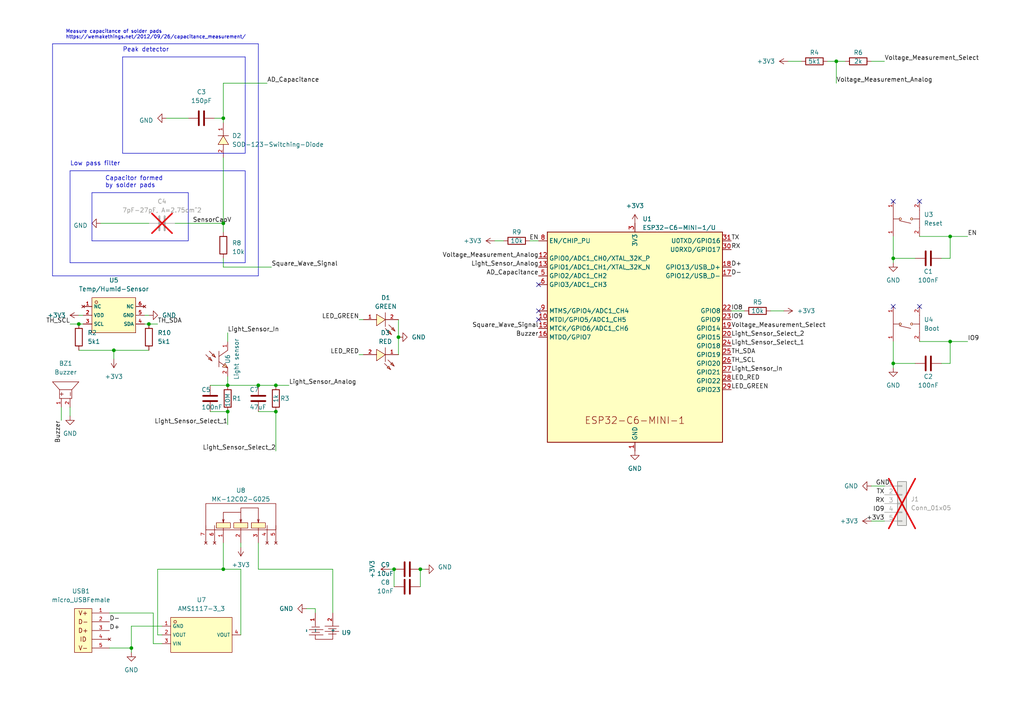
<source format=kicad_sch>
(kicad_sch (version 20230121) (generator eeschema)
  (paper "A4")
  (title_block (title "Blumy") (date "2023-05-12") (rev "1.0"))
  (lib_symbols
    (symbol "Connector_Generic:Conn_01x05" (pin_names (offset 1.016) hide)
      (property "Reference" "J" (at 0 7.62 0))
      (property "Value" "Conn_01x05" (at 0 -7.62 0))
      (symbol "Conn_01x05_1_1"
        (rectangle (start -1.27 -4.953) (end 0 -5.207) (stroke (width 0.1524)))
        (rectangle (start -1.27 -2.413) (end 0 -2.667) (stroke (width 0.1524)))
        (rectangle (start -1.27 0.127) (end 0 -0.127) (stroke (width 0.1524)))
        (rectangle (start -1.27 2.667) (end 0 2.413) (stroke (width 0.1524)))
        (rectangle (start -1.27 5.207) (end 0 4.953) (stroke (width 0.1524)))
        (rectangle (start -1.27 6.35) (end 1.27 -6.35) (stroke (width 0.254)) (fill (type background)))
        (pin passive line (at -5.08 5.08 0) (length 3.81) (name "Pin_1") (number "1"))
        (pin passive line (at -5.08 2.54 0) (length 3.81) (name "Pin_2") (number "2"))
        (pin passive line (at -5.08 0 0) (length 3.81) (name "Pin_3") (number "3"))
        (pin passive line (at -5.08 -2.54 0) (length 3.81) (name "Pin_4") (number "4"))
        (pin passive line (at -5.08 -5.08 0) (length 3.81) (name "Pin_5") (number "5"))
      )
    )
    (symbol "Custom_Parts:AAA_Battery-Spring"
      (property "Reference" "U" (at 0 -2.54 0))
      (symbol "AAA_Battery-Spring_0_1"
        (polyline (pts (xy -1.27 2.794) (xy -1.27 6.858)))
        (polyline (pts (xy -1.016 1.27) (xy -1.016 -1.016)))
        (polyline (pts (xy -0.508 3.81) (xy -0.508 6.096)))
        (polyline (pts (xy -0.254 2.286) (xy -0.254 -1.778)))
        (polyline (pts (xy 0.254 2.794) (xy 0.254 6.858)))
        (polyline (pts (xy 0.508 1.27) (xy 0.508 -1.016)))
        (polyline (pts (xy 1.016 3.81) (xy 1.016 6.096)))
        (polyline (pts (xy 1.27 2.286) (xy 1.27 -1.778)))
        (polyline (pts (xy 1.27 0) (xy 2.54 0) (xy 2.54 5.08) (xy 0 5.08)))
      )
      (symbol "AAA_Battery-Spring_1_1"
        (pin power_in line (at -5.08 0 0) (length 3.81) (name "-") (number "1"))
        (pin power_in line (at -5.08 5.08 0) (length 3.81) (name "+") (number "2"))
      )
    )
    (symbol "Custom_Parts:AHT21"
      (property "Reference" "U" (at 0 1.27 0))
      (property "Value" "AHT21" (at 0 -2.54 0))
      (symbol "AHT21_0_1"
        (rectangle (start -6.35 5.08) (end 6.35 -5.08) (fill (type background)))
        (circle (center -5.08 3.81) (radius 0.381) (fill (type background)))
      )
      (symbol "AHT21_1_1"
        (pin no_connect line (at -8.89 2.54 0) (length 2.54) (name "NC") (number "1"))
        (pin power_in line (at -8.89 0 0) (length 2.54) (name "VDD") (number "2"))
        (pin bidirectional line (at -8.89 -2.54 0) (length 2.54) (name "SCL") (number "3"))
        (pin bidirectional line (at 8.89 -2.54 180) (length 2.54) (name "SDA") (number "4"))
        (pin power_in line (at 8.89 0 180) (length 2.54) (name "GND") (number "5"))
        (pin no_connect line (at 8.89 2.54 180) (length 2.54) (name "NC") (number "6"))
      )
    )
    (symbol "Custom_Parts:ALS-PT19-315C_L177_TR8" (pin_names hide)
      (property "Reference" "U" (at 1.27 0 0))
      (property "Value" "ALS-PT19-315C_L177_TR8" (at 0 10.16 0))
      (symbol "ALS-PT19-315C_L177_TR8_0_1"
        (polyline (pts (xy -5.08 1.27) (xy -3.302 -0.508)))
        (polyline (pts (xy -4.064 2.286) (xy -2.286 0.508)))
        (polyline (pts (xy -1.27 -0.762) (xy 1.27 -2.54)))
        (polyline (pts (xy -1.27 2.286) (xy -1.27 -2.286)))
        (polyline (pts (xy 1.27 2.54) (xy -1.27 0.762)))
        (polyline (pts (xy -3.302 -0.508) (xy -3.81 0.508) (xy -4.318 0) (xy -3.302 -0.508)) (fill (type background)))
        (polyline (pts (xy -2.286 0.508) (xy -2.794 1.524) (xy -3.302 1.016) (xy -2.286 0.508)) (fill (type background)))
        (polyline (pts (xy 1.27 -2.54) (xy 0.508 -1.27) (xy -0.254 -2.286) (xy 1.27 -2.54)) (fill (type background)))
      )
      (symbol "ALS-PT19-315C_L177_TR8_1_1"
        (pin passive line (at 1.27 5.08 270) (length 2.54) (name "C") (number "1"))
        (pin passive line (at 1.27 -5.08 90) (length 2.54) (name "E") (number "2"))
      )
    )
    (symbol "Custom_Parts:AMS1117-3_3"
      (property "Reference" "U" (at 0 1.27 0))
      (property "Value" "AMS1117-3_3" (at 1.27 -8.89 0))
      (symbol "AMS1117-3_3_0_1"
        (rectangle (start -8.89 5.08) (end 8.89 -5.08) (fill (type background)))
        (circle (center -7.62 3.81) (radius 0.381) (fill (type background)))
      )
      (symbol "AMS1117-3_3_1_1"
        (pin power_in line (at -11.43 2.54 0) (length 2.54) (name "GND") (number "1"))
        (pin power_out line (at -11.43 0 0) (length 2.54) (name "VOUT") (number "2"))
        (pin power_in line (at -11.43 -2.54 0) (length 2.54) (name "VIN") (number "3"))
        (pin power_out line (at 11.43 0 180) (length 2.54) (name "VOUT") (number "4"))
      )
    )
    (symbol "Custom_Parts:Green-0805-LED" (pin_names hide)
      (property "Reference" "LED" (at 0 1.27 0))
      (property "Value" "Green-0805-LED" (at 0 -2.54 0))
      (symbol "Green-0805-LED_0_1"
        (polyline (pts (xy -2.286 1.524) (xy -4.064 3.302)))
        (polyline (pts (xy -1.27 2.032) (xy -1.27 -2.032)))
        (polyline (pts (xy -1.27 2.54) (xy -3.048 4.318)))
        (polyline (pts (xy -4.064 3.302) (xy -3.048 2.794) (xy -3.556 2.286) (xy -4.064 3.302)) (fill (type background)))
        (polyline (pts (xy -3.048 4.318) (xy -2.032 3.81) (xy -2.54 3.302) (xy -3.048 4.318)) (fill (type background)))
        (polyline (pts (xy 1.27 -1.524) (xy -1.27 0) (xy 1.27 1.778) (xy 1.27 -1.524)) (fill (type background)))
      )
      (symbol "Green-0805-LED_1_1"
        (pin passive line (at 5.08 0 180) (length 3.81) (name "A") (number "1"))
        (pin passive line (at -5.08 0 0) (length 3.81) (name "K") (number "2"))
      )
    )
    (symbol "Custom_Parts:MK-12C02-G025" (pin_names hide)
      (property "Reference" "U" (at 0 7.62 0))
      (property "Value" "MK-12C02-G025" (at -3.81 -13.97 0))
      (symbol "MK-12C02-G025_0_1"
        (rectangle (start -10.16 6.35) (end 10.16 -1.27))
        (rectangle (start -7.112 0.762) (end -3.048 -0.762) (fill (type background)))
        (rectangle (start -2.032 0.762) (end 2.032 -0.762) (fill (type background)))
        (polyline (pts (xy -5.08 0.762) (xy -5.334 1.778)))
        (polyline (pts (xy 0 0.762) (xy -0.254 1.778)))
        (polyline (pts (xy 5.08 0.762) (xy 4.826 1.778)))
        (polyline (pts (xy 5.08 0.762) (xy 5.334 1.778)))
        (polyline (pts (xy 0 3.81) (xy -5.08 3.81) (xy -5.08 0.762) (xy -4.826 1.778)))
        (polyline (pts (xy 5.08 0.762) (xy 5.08 5.08) (xy 0 5.08) (xy 0 0.762) (xy 0.254 1.778)))
        (rectangle (start 3.048 0.762) (end 7.112 -0.762) (fill (type background)))
      )
      (symbol "MK-12C02-G025_1_1"
        (pin passive line (at -5.08 -5.08 90) (length 4.318) (name "1") (number "1"))
        (pin passive line (at 0 -5.08 90) (length 4.318) (name "2") (number "2"))
        (pin passive line (at 5.08 -5.08 90) (length 4.318) (name "3") (number "3"))
        (pin no_connect line (at 7.62 -5.08 90) (length 5.08) (name "4") (number "4"))
        (pin no_connect line (at 10.16 -5.08 90) (length 5.08) (name "5") (number "5"))
        (pin no_connect line (at -7.62 -5.08 90) (length 5.08) (name "6") (number "6"))
        (pin no_connect line (at -10.16 -5.08 90) (length 5.08) (name "7") (number "7"))
      )
    )
    (symbol "Custom_Parts:MLT-8530" (pin_names hide)
      (property "Reference" "B" (at 0 1.27 0))
      (property "Value" "MLT-8530" (at 0 -2.54 0))
      (symbol "MLT-8530_0_1"
        (polyline (pts (xy -1.27 -1.778) (xy 1.27 -1.778)))
        (polyline (pts (xy -1.27 1.778) (xy -1.27 -1.778)))
        (polyline (pts (xy -1.27 1.778) (xy 1.27 1.778)))
        (polyline (pts (xy 1.27 -1.778) (xy 3.556 -3.81)))
        (polyline (pts (xy 1.27 1.778) (xy 1.27 -1.778)))
        (polyline (pts (xy 3.556 3.81) (xy 1.27 1.778)))
        (polyline (pts (xy 3.556 3.81) (xy 3.556 -3.81)))
      )
      (symbol "MLT-8530_1_1"
        (text "+" (at 0 1.27 0) (effects (font (size 1.27 1.27))))
        (text "-" (at 0 -1.27 0) (effects (font (size 1.27 1.27))))
        (pin input line (at -3.81 1.27 0) (length 2.54) (name "+") (number "1"))
        (pin power_in line (at -3.81 -1.27 0) (length 2.54) (name "2") (number "2"))
      )
    )
    (symbol "Custom_Parts:Red-0805-LED" (pin_names hide)
      (property "Reference" "LED" (at 0 1.27 0))
      (property "Value" "Red-0805-LED" (at 0 -2.54 0))
      (symbol "Red-0805-LED_0_1"
        (polyline (pts (xy -2.032 1.524) (xy -3.81 3.302)))
        (polyline (pts (xy -1.27 2.032) (xy -1.27 -2.032)))
        (polyline (pts (xy -1.016 2.54) (xy -2.794 4.318)))
        (polyline (pts (xy -3.81 3.302) (xy -2.794 2.794) (xy -3.302 2.286) (xy -3.81 3.302)) (fill (type background)))
        (polyline (pts (xy -2.794 4.318) (xy -1.778 3.81) (xy -2.286 3.302) (xy -2.794 4.318)) (fill (type background)))
        (polyline (pts (xy 1.27 -1.524) (xy -1.27 0) (xy 1.27 1.778) (xy 1.27 -1.524)) (fill (type background)))
      )
      (symbol "Red-0805-LED_1_1"
        (pin passive line (at -5.08 0 0) (length 3.81) (name "-") (number "1"))
        (pin passive line (at 5.08 0 180) (length 3.81) (name "+") (number "2"))
      )
    )
    (symbol "Custom_Parts:SOD-123-Switching-Diode" (pin_names hide)
      (property "Reference" "U" (at 0 1.27 0))
      (property "Value" "SOD-123-Switching-Diode" (at 0 -2.54 0))
      (symbol "SOD-123-Switching-Diode_0_1"
        (polyline (pts (xy -1.27 -1.524) (xy -1.27 1.524)))
        (polyline (pts (xy 1.27 1.524) (xy -1.27 0) (xy 1.27 -1.524) (xy 1.27 1.524)) (fill (type background)))
      )
      (symbol "SOD-123-Switching-Diode_1_1"
        (pin passive line (at -5.08 0 0) (length 3.81) (name "K") (number "1"))
        (pin passive line (at 5.08 0 180) (length 3.81) (name "A") (number "2"))
      )
    )
    (symbol "Custom_Parts:TS-1187A-B-A-B" (pin_names hide)
      (property "Reference" "U" (at -5.08 1.27 0))
      (property "Value" "TS-1187A-B-A-B" (at 0 5.08 0))
      (symbol "TS-1187A-B-A-B_0_1"
        (circle (center 0 -2.794) (radius 0.3175) (fill (type background)))
        (polyline (pts (xy -2.54 -5.08) (xy 2.54 -5.08)))
        (polyline (pts (xy -2.54 2.54) (xy 2.54 2.54)))
        (polyline (pts (xy -0.508 0.762) (xy -1.27 -2.54)))
        (polyline (pts (xy 0 -3.302) (xy 0 -5.08)))
        (polyline (pts (xy 0 0.762) (xy 0 2.54)))
        (circle (center 0 0.508) (radius 0.3175) (fill (type background)))
      )
      (symbol "TS-1187A-B-A-B_1_1"
        (pin passive line (at -5.08 2.54 0) (length 2.54) (name "A") (number "1"))
        (pin passive line (at 5.08 2.54 180) (length 2.54) (name "B") (number "1"))
        (pin passive line (at -5.08 -5.08 0) (length 2.54) (name "C") (number "2"))
        (pin passive line (at 5.08 -5.08 180) (length 2.54) (name "D") (number "2"))
      )
    )
    (symbol "Custom_Parts:micro_USBFemale" (pin_names hide)
      (property "Reference" "USB" (at -3.81 1.27 0))
      (property "Value" "micro_USBFemale" (at -1.27 -6.35 0))
      (symbol "micro_USBFemale_0_1"
        (rectangle (start -1.27 6.35) (end 3.81 -6.35) (fill (type background)))
      )
      (symbol "micro_USBFemale_1_1"
        (text "D+" (at 1.27 0 0) (effects (font (size 1.27 1.27))))
        (text "D-" (at 1.27 2.54 0) (effects (font (size 1.27 1.27))))
        (text "ID" (at 1.27 -2.54 0) (effects (font (size 1.27 1.27))))
        (text "V+" (at 1.27 5.08 0) (effects (font (size 1.27 1.27))))
        (text "V-" (at 1.27 -5.08 0) (effects (font (size 1.27 1.27))))
        (pin power_out line (at 8.89 5.08 180) (length 5.08) (name "V+") (number "1"))
        (pin bidirectional line (at 8.89 2.54 180) (length 5.08) (name "D-") (number "2"))
        (pin bidirectional line (at 8.89 0 180) (length 5.08) (name "D+") (number "3"))
        (pin no_connect line (at 8.89 -2.54 180) (length 5.08) (name "ID") (number "4"))
        (pin power_out line (at 8.89 -5.08 180) (length 5.08) (name "V-") (number "5"))
      )
    )
    (symbol "Device:C" (pin_numbers hide) (pin_names (offset 0.254))
      (property "Reference" "C" (at 0.635 2.54 0))
      (property "Value" "C" (at 0.635 -2.54 0))
      (symbol "C_0_1"
        (polyline (pts (xy -2.032 -0.762) (xy 2.032 -0.762)) (stroke (width 0.508)))
        (polyline (pts (xy -2.032 0.762) (xy 2.032 0.762)) (stroke (width 0.508)))
      )
      (symbol "C_1_1"
        (pin passive line (at 0 3.81 270) (length 2.794) (name "~") (number "1"))
        (pin passive line (at 0 -3.81 90) (length 2.794) (name "~") (number "2"))
      )
    )
    (symbol "Device:R" (pin_numbers hide) (pin_names (offset 0))
      (property "Reference" "R" (at 2.032 0 90))
      (property "Value" "R" (at 0 0 90))
      (symbol "R_0_1"
        (rectangle (start -1.016 -2.54) (end 1.016 2.54) (stroke (width 0.254)))
      )
      (symbol "R_1_1"
        (pin passive line (at 0 3.81 270) (length 1.27) (name "~") (number "1"))
        (pin passive line (at 0 -3.81 90) (length 1.27) (name "~") (number "2"))
      )
    )
    (symbol "Espressif:ESP32-C6-MINI-1/U"
      (property "Reference" "U" (at -25.4 35.56 0))
      (property "Value" "ESP32-C6-MINI-1/U" (at -25.4 33.02 0))
      (symbol "ESP32-C6-MINI-1/U_0_0"
        (text "ESP32-C6-MINI-1" (at 0 -24.13 0) (effects (font (size 2 2))))
      )
      (symbol "ESP32-C6-MINI-1/U_0_1"
        (rectangle (start -25.4 30.48) (end 25.4 -30.48) (stroke (width 0.254)) (fill (type background)))
      )
      (symbol "ESP32-C6-MINI-1/U_1_1"
        (pin power_in line (at 0 -33.02 90) (length 2.54) (name "GND") (number "1"))
        (pin bidirectional line (at -27.94 5.08 0) (length 2.54) (name "MTDI/GPIO5/ADC1_CH5") (number "10"))
        (pin passive line (at 0 -33.02 90) (length 2.54) hide (name "GND") (number "11"))
        (pin bidirectional line (at -27.94 22.86 0) (length 2.54) (name "GPIO0/ADC1_CH0/XTAL_32K_P") (number "12"))
        (pin bidirectional line (at -27.94 20.32 0) (length 2.54) (name "GPIO1/ADC1_CH1/XTAL_32K_N") (number "13"))
        (pin passive line (at 0 -33.02 90) (length 2.54) hide (name "GND") (number "14"))
        (pin bidirectional line (at -27.94 2.54 0) (length 2.54) (name "MTCK/GPIO6/ADC1_CH6") (number "15"))
        (pin bidirectional line (at -27.94 0 0) (length 2.54) (name "MTDO/GPIO7") (number "16"))
        (pin bidirectional line (at 27.94 17.78 180) (length 2.54) (name "GPIO12/USB_D-") (number "17"))
        (pin bidirectional line (at 27.94 20.32 180) (length 2.54) (name "GPIO13/USB_D+") (number "18"))
        (pin bidirectional line (at 27.94 2.54 180) (length 2.54) (name "GPIO14") (number "19"))
        (pin passive line (at 0 -33.02 90) (length 2.54) hide (name "GND") (number "2"))
        (pin bidirectional line (at 27.94 0 180) (length 2.54) (name "GPIO15") (number "20"))
        (pin no_connect line (at -25.4 -10.16 0) (length 2.54) hide (name "NC") (number "21"))
        (pin bidirectional line (at 27.94 7.62 180) (length 2.54) (name "GPIO8") (number "22"))
        (pin bidirectional line (at 27.94 5.08 180) (length 2.54) (name "GPIO9") (number "23"))
        (pin bidirectional line (at 27.94 -2.54 180) (length 2.54) (name "GPIO18") (number "24"))
        (pin bidirectional line (at 27.94 -5.08 180) (length 2.54) (name "GPIO19") (number "25"))
        (pin bidirectional line (at 27.94 -7.62 180) (length 2.54) (name "GPIO20") (number "26"))
        (pin bidirectional line (at 27.94 -10.16 180) (length 2.54) (name "GPIO21") (number "27"))
        (pin bidirectional line (at 27.94 -12.7 180) (length 2.54) (name "GPIO22") (number "28"))
        (pin bidirectional line (at 27.94 -15.24 180) (length 2.54) (name "GPIO23") (number "29"))
        (pin power_in line (at 0 33.02 270) (length 2.54) (name "3V3") (number "3"))
        (pin bidirectional line (at 27.94 25.4 180) (length 2.54) (name "U0RXD/GPIO17") (number "30"))
        (pin bidirectional line (at 27.94 27.94 180) (length 2.54) (name "U0TXD/GPIO16") (number "31"))
        (pin no_connect line (at -25.4 -12.7 0) (length 2.54) hide (name "NC") (number "32"))
        (pin no_connect line (at -25.4 -15.24 0) (length 2.54) hide (name "NC") (number "33"))
        (pin no_connect line (at -25.4 -17.78 0) (length 2.54) hide (name "NC") (number "34"))
        (pin no_connect line (at -25.4 -20.32 0) (length 2.54) hide (name "NC") (number "35"))
        (pin passive line (at 0 -33.02 90) (length 2.54) hide (name "GND") (number "36"))
        (pin passive line (at 0 -33.02 90) (length 2.54) hide (name "GND") (number "37"))
        (pin passive line (at 0 -33.02 90) (length 2.54) hide (name "GND") (number "38"))
        (pin passive line (at 0 -33.02 90) (length 2.54) hide (name "GND") (number "39"))
        (pin no_connect line (at -25.4 -5.08 0) (length 2.54) hide (name "NC") (number "4"))
        (pin passive line (at 0 -33.02 90) (length 2.54) hide (name "GND") (number "40"))
        (pin passive line (at 0 -33.02 90) (length 2.54) hide (name "GND") (number "41"))
        (pin passive line (at 0 -33.02 90) (length 2.54) hide (name "GND") (number "42"))
        (pin passive line (at 0 -33.02 90) (length 2.54) hide (name "GND") (number "43"))
        (pin passive line (at 0 -33.02 90) (length 2.54) hide (name "GND") (number "44"))
        (pin passive line (at 0 -33.02 90) (length 2.54) hide (name "GND") (number "45"))
        (pin passive line (at 0 -33.02 90) (length 2.54) hide (name "GND") (number "46"))
        (pin passive line (at 0 -33.02 90) (length 2.54) hide (name "GND") (number "47"))
        (pin passive line (at 0 -33.02 90) (length 2.54) hide (name "GND") (number "48"))
        (pin passive line (at 0 -33.02 90) (length 2.54) hide (name "GND") (number "49"))
        (pin bidirectional line (at -27.94 17.78 0) (length 2.54) (name "GPIO2/ADC1_CH2") (number "5"))
        (pin passive line (at 0 -33.02 90) (length 2.54) hide (name "GND") (number "50"))
        (pin passive line (at 0 -33.02 90) (length 2.54) hide (name "GND") (number "51"))
        (pin passive line (at 0 -33.02 90) (length 2.54) hide (name "GND") (number "52"))
        (pin passive line (at 0 -33.02 90) (length 2.54) hide (name "GND") (number "53"))
        (pin bidirectional line (at -27.94 15.24 0) (length 2.54) (name "GPIO3/ADC1_CH3") (number "6"))
        (pin no_connect line (at -25.4 -7.62 0) (length 2.54) hide (name "NC") (number "7"))
        (pin input line (at -27.94 27.94 0) (length 2.54) (name "EN/CHIP_PU") (number "8"))
        (pin bidirectional line (at -27.94 7.62 0) (length 2.54) (name "MTMS/GPIO4/ADC1_CH4") (number "9"))
      )
    )
    (symbol "power:+3V3" (power) (pin_names (offset 0))
      (property "Value" "+3V3" (at 0 3.556 0))
      (symbol "+3V3_0_1"
        (polyline (pts (xy -0.762 1.27) (xy 0 2.54)))
        (polyline (pts (xy 0 0) (xy 0 2.54)))
        (polyline (pts (xy 0 2.54) (xy 0.762 1.27)))
      )
      (symbol "+3V3_1_1"
        (pin power_in line (at 0 0 90) (length 0) hide (name "+3V3") (number "1"))
      )
    )
    (symbol "power:GND" (power) (pin_names (offset 0))
      (property "Value" "GND" (at 0 -3.81 0))
      (symbol "GND_0_1"
        (polyline (pts (xy 0 0) (xy 0 -1.27) (xy 1.27 -1.27) (xy 0 -2.54) (xy -1.27 -1.27) (xy 0 -1.27)))
      )
      (symbol "GND_1_1"
        (pin power_in line (at 0 0 270) (length 0) hide (name "GND") (number "1"))
      )
    )
  )
  (junction (at 275.59 68.58))
  (junction (at 242.57 17.78))
  (junction (at 115.57 97.79))
  (junction (at 33.02 101.6))
  (junction (at 121.92 165.1))
  (junction (at 80.01 119.38))
  (junction (at 64.77 165.1))
  (junction (at 43.18 93.98))
  (junction (at 74.93 111.76))
  (junction (at 38.1 187.96))
  (junction (at 259.08 74.93))
  (junction (at 114.3 165.1))
  (junction (at 66.04 111.76))
  (junction (at 22.86 93.98))
  (junction (at 64.77 64.77))
  (junction (at 275.59 99.06))
  (junction (at 64.77 34.29))
  (junction (at 66.04 119.38))
  (junction (at 259.08 105.41))
  (junction (at 80.01 111.76))
  (no_connect (at 156.21 82.55))
  (no_connect (at 266.7 88.9))
  (no_connect (at 259.08 58.42))
  (no_connect (at 156.21 90.17))
  (no_connect (at 259.08 88.9))
  (no_connect (at 266.7 58.42))
  (no_connect (at 156.21 92.71))
  (wire (pts (xy 66.04 109.22) (xy 66.04 111.76)))
  (wire (pts (xy 104.14 92.71) (xy 105.41 92.71)))
  (polyline (pts (xy 20.32 76.2) (xy 71.12 76.2)))
  (polyline (pts (xy 26.67 55.88) (xy 26.67 69.85)))
  (wire (pts (xy 275.59 99.06) (xy 275.59 105.41)))
  (wire (pts (xy 146.05 69.85) (xy 143.51 69.85)))
  (wire (pts (xy 275.59 99.06) (xy 280.67 99.06)))
  (wire (pts (xy 273.05 105.41) (xy 275.59 105.41)))
  (wire (pts (xy 64.77 157.48) (xy 64.77 165.1)))
  (polyline (pts (xy 54.61 69.85) (xy 54.61 55.88)))
  (wire (pts (xy 273.05 74.93) (xy 275.59 74.93)))
  (wire (pts (xy 240.03 17.78) (xy 242.57 17.78)))
  (wire (pts (xy 66.04 119.38) (xy 66.04 123.19)))
  (wire (pts (xy 228.6 17.78) (xy 232.41 17.78)))
  (wire (pts (xy 33.02 101.6) (xy 43.18 101.6)))
  (wire (pts (xy 104.14 102.87) (xy 105.41 102.87)))
  (wire (pts (xy 44.45 186.69) (xy 46.99 186.69)))
  (polyline (pts (xy 15.24 12.7) (xy 74.93 12.7)))
  (wire (pts (xy 45.72 165.1) (xy 64.77 165.1)))
  (wire (pts (xy 48.26 34.29) (xy 54.61 34.29)))
  (wire (pts (xy 22.86 93.98) (xy 24.13 93.98)))
  (wire (pts (xy 43.18 93.98) (xy 41.91 93.98)))
  (wire (pts (xy 64.77 74.93) (xy 64.77 77.47)))
  (wire (pts (xy 96.52 165.1) (xy 96.52 177.8)))
  (wire (pts (xy 69.85 184.15) (xy 69.85 165.1)))
  (wire (pts (xy 74.93 119.38) (xy 80.01 119.38)))
  (wire (pts (xy 50.8 64.77) (xy 64.77 64.77)))
  (wire (pts (xy 74.93 165.1) (xy 74.93 157.48)))
  (wire (pts (xy 22.86 91.44) (xy 24.13 91.44)))
  (wire (pts (xy 64.77 24.13) (xy 77.47 24.13)))
  (wire (pts (xy 275.59 68.58) (xy 280.67 68.58)))
  (wire (pts (xy 266.7 68.58) (xy 275.59 68.58)))
  (wire (pts (xy 74.93 111.76) (xy 80.01 111.76)))
  (wire (pts (xy 252.73 140.97) (xy 256.54 140.97)))
  (wire (pts (xy 121.92 165.1) (xy 121.92 170.18)))
  (wire (pts (xy 259.08 68.58) (xy 259.08 74.93)))
  (wire (pts (xy 275.59 68.58) (xy 275.59 74.93)))
  (polyline (pts (xy 15.24 80.01) (xy 74.93 80.01)))
  (wire (pts (xy 91.44 176.53) (xy 91.44 177.8)))
  (wire (pts (xy 60.96 119.38) (xy 66.04 119.38)))
  (wire (pts (xy 259.08 99.06) (xy 259.08 105.41)))
  (wire (pts (xy 38.1 187.96) (xy 38.1 189.23)))
  (wire (pts (xy 41.91 91.44) (xy 43.18 91.44)))
  (wire (pts (xy 80.01 119.38) (xy 80.01 130.81)))
  (wire (pts (xy 69.85 157.48) (xy 69.85 158.75)))
  (wire (pts (xy 60.96 111.76) (xy 66.04 111.76)))
  (wire (pts (xy 17.78 118.11) (xy 17.78 121.92)))
  (wire (pts (xy 44.45 177.8) (xy 44.45 186.69)))
  (wire (pts (xy 80.01 111.76) (xy 83.82 111.76)))
  (wire (pts (xy 252.73 17.78) (xy 256.54 17.78)))
  (wire (pts (xy 91.44 176.53) (xy 88.9 176.53)))
  (wire (pts (xy 31.75 187.96) (xy 38.1 187.96)))
  (wire (pts (xy 115.57 97.79) (xy 115.57 102.87)))
  (wire (pts (xy 29.21 64.77) (xy 43.18 64.77)))
  (wire (pts (xy 46.99 184.15) (xy 45.72 184.15)))
  (wire (pts (xy 242.57 17.78) (xy 242.57 24.13)))
  (wire (pts (xy 20.32 118.11) (xy 20.32 120.65)))
  (polyline (pts (xy 20.32 49.53) (xy 71.12 49.53)))
  (wire (pts (xy 66.04 111.76) (xy 74.93 111.76)))
  (wire (pts (xy 45.72 165.1) (xy 45.72 184.15)))
  (wire (pts (xy 123.19 165.1) (xy 121.92 165.1)))
  (wire (pts (xy 38.1 181.61) (xy 46.99 181.61)))
  (wire (pts (xy 252.73 151.13) (xy 256.54 151.13)))
  (wire (pts (xy 64.77 77.47) (xy 78.74 77.47)))
  (wire (pts (xy 64.77 165.1) (xy 69.85 165.1)))
  (wire (pts (xy 31.75 177.8) (xy 44.45 177.8)))
  (polyline (pts (xy 15.24 80.01) (xy 15.24 12.7)))
  (wire (pts (xy 64.77 24.13) (xy 64.77 34.29)))
  (wire (pts (xy 212.09 90.17) (xy 215.9 90.17)))
  (wire (pts (xy 20.32 93.98) (xy 22.86 93.98)))
  (polyline (pts (xy 26.67 55.88) (xy 54.61 55.88)))
  (wire (pts (xy 33.02 101.6) (xy 33.02 104.14)))
  (polyline (pts (xy 20.32 49.53) (xy 20.32 76.2)))
  (wire (pts (xy 156.21 69.85) (xy 153.67 69.85)))
  (wire (pts (xy 62.23 34.29) (xy 64.77 34.29)))
  (polyline (pts (xy 26.67 69.85) (xy 54.61 69.85)))
  (polyline (pts (xy 35.56 44.45) (xy 71.12 44.45)))
  (polyline (pts (xy 35.56 16.51) (xy 35.56 44.45)))
  (wire (pts (xy 64.77 67.31) (xy 64.77 64.77)))
  (wire (pts (xy 38.1 181.61) (xy 38.1 187.96)))
  (wire (pts (xy 64.77 34.29) (xy 64.77 35.56)))
  (wire (pts (xy 115.57 92.71) (xy 115.57 97.79)))
  (wire (pts (xy 66.04 96.52) (xy 66.04 99.06)))
  (wire (pts (xy 259.08 105.41) (xy 259.08 106.68)))
  (wire (pts (xy 259.08 105.41) (xy 265.43 105.41)))
  (wire (pts (xy 64.77 45.72) (xy 64.77 64.77)))
  (wire (pts (xy 242.57 17.78) (xy 245.11 17.78)))
  (wire (pts (xy 223.52 90.17) (xy 227.33 90.17)))
  (polyline (pts (xy 71.12 16.51) (xy 35.56 16.51)))
  (wire (pts (xy 22.86 101.6) (xy 33.02 101.6)))
  (wire (pts (xy 96.52 165.1) (xy 74.93 165.1)))
  (polyline (pts (xy 71.12 76.2) (xy 71.12 49.53)))
  (wire (pts (xy 114.3 165.1) (xy 114.3 170.18)))
  (wire (pts (xy 259.08 74.93) (xy 265.43 74.93)))
  (polyline (pts (xy 71.12 16.51) (xy 71.12 44.45)))
  (wire (pts (xy 45.72 93.98) (xy 43.18 93.98)))
  (polyline (pts (xy 74.93 12.7) (xy 74.93 80.01)))
  (wire (pts (xy 113.03 165.1) (xy 114.3 165.1)))
  (wire (pts (xy 266.7 99.06) (xy 275.59 99.06)))
  (wire (pts (xy 259.08 74.93) (xy 259.08 76.2)))
  (text "Capacitor formed\nby solder pads" (at 30.48 54.61 0) (effects (font (size 1.27 1.27)) (justify left bottom)))
  (text "Measure capacitance of solder pads\nhttps://wemakethings.net/2012/09/26/capacitance_measurement/" (at 19.05 11.43 0) (effects (font (size 1 1)) (justify left bottom)))
  (text "Peak detector" (at 35.56 15.24 0) (effects (font (size 1.27 1.27)) (justify left bottom)))
  (text "Low pass filter" (at 20.32 48.26 0) (effects (font (size 1.27 1.27)) (justify left bottom)))
  (label "LED_RED" (at 212.09 110.49 0))
  (label "TH_SCL" (at 20.32 93.98 180))
  (label "AD_Capacitance" (at 77.47 24.13 0))
  (label "LED_RED" (at 104.14 102.87 180))
  (label "IO9" (at 280.67 99.06 0))
  (label "RX" (at 212.09 72.39 0))
  (label "Light_Sensor_Select_2" (at 212.09 97.79 0))
  (label "D+" (at 31.75 182.88 0))
  (label "Buzzer" (at 156.21 97.79 180))
  (label "RX" (at 256.54 146.05 180))
  (label "D-" (at 212.09 80.01 0))
  (label "EN" (at 156.21 69.85 180))
  (label "Light_Sensor_In" (at 212.09 107.95 0))
  (label "Light_Sensor_Analog" (at 156.21 77.47 180))
  (label "+3V3" (at 256.54 151.13 180))
  (label "D-" (at 31.75 180.34 0))
  (label "TH_SCL" (at 212.09 105.41 0))
  (label "Square_Wave_Signal" (at 156.21 95.25 180))
  (label "Light_Sensor_In" (at 66.04 96.52 0))
  (label "IO9" (at 212.09 92.71 0))
  (label "LED_GREEN" (at 104.14 92.71 180))
  (label "SensorCapV" (at 55.88 64.77 0))
  (label "IO9" (at 256.54 148.59 180))
  (label "Voltage_Measurement_Select" (at 256.54 17.78 0))
  (label "Light_Sensor_Select_1" (at 212.09 100.33 0))
  (label "D+" (at 212.09 77.47 0))
  (label "TH_SDA" (at 45.72 93.98 0))
  (label "TH_SDA" (at 212.09 102.87 0))
  (label "Light_Sensor_Select_1" (at 66.04 123.19 180))
  (label "AD_Capacitance" (at 156.21 80.01 180))
  (label "LED_GREEN" (at 212.09 113.03 0))
  (label "Square_Wave_Signal" (at 78.74 77.47 0))
  (label "EN" (at 280.67 68.58 0))
  (label "Voltage_Measurement_Analog" (at 242.57 24.13 0))
  (label "IO8" (at 212.09 90.17 0))
  (label "Voltage_Measurement_Select" (at 212.09 95.25 0))
  (label "Light_Sensor_Select_2" (at 80.01 130.81 180))
  (label "Light_Sensor_Analog" (at 83.82 111.76 0))
  (label "TX" (at 256.54 143.51 180))
  (label "GND" (at 254 140.97 0))
  (label "TX" (at 212.09 69.85 0))
  (label "Buzzer" (at 17.78 121.92 270))
  (label "Voltage_Measurement_Analog" (at 156.21 74.93 180))
  (symbol (lib_id "Device:C") (at 74.93 115.57 0) (unit 1)
    (property "Reference" "C7" (at 72.39 113.03 0) (effects (justify left)))
    (property "Value" "47uF" (at 72.39 118.11 0) (effects (justify left)))
    (property "Footprint" "Capacitor_SMD:C_0805_2012Metric" (effects hide))
    (property "LCSC" "C16780" (effects hide))
    (property "MPN" "C16780" (effects hide))
  )
  (symbol (lib_id "power:GND") (at 43.18 91.44 90) (unit 1)
    (property "Reference" "#PWR016" (effects hide))
    (property "Value" "GND" (at 46.99 91.44 90) (effects (justify right)))
  )
  (symbol (lib_id "power:GND") (at 259.08 106.68 0) (unit 1)
    (property "Reference" "#PWR012" (effects hide))
    (property "Value" "GND" (at 259.08 111.76 0))
  )
  (symbol (lib_id "Device:C") (at 118.11 170.18 90) (unit 1)
    (property "Reference" "C8" (at 111.76 168.91 90))
    (property "Value" "10nF" (at 111.76 171.45 90))
    (property "Footprint" "Capacitor_SMD:C_0402_1005Metric" (effects hide))
    (property "LCSC" "C15195" (effects hide))
    (property "MPN" "C15195" (effects hide))
  )
  (symbol (lib_id "power:GND") (at 184.15 130.81 0) (unit 1)
    (property "Reference" "#PWR03" (effects hide))
    (property "Value" "GND" (at 184.15 135.89 0))
  )
  (symbol (lib_id "power:GND") (at 48.26 34.29 270) (unit 1)
    (property "Reference" "#PWR013" (effects hide))
    (property "Value" "GND" (at 44.45 34.925 90) (effects (justify right)))
  )
  (symbol (lib_id "power:GND") (at 115.57 97.79 90) (unit 1)
    (property "Reference" "#PWR022" (effects hide))
    (property "Value" "GND" (at 119.38 97.79 90) (effects (justify right)))
  )
  (symbol (lib_id "power:+3V3") (at 33.02 104.14 180) (unit 1)
    (property "Reference" "#PWR023" (effects hide))
    (property "Value" "+3V3" (at 33.02 109.22 0))
  )
  (symbol (lib_id "power:GND") (at 259.08 76.2 0) (unit 1)
    (property "Reference" "#PWR010" (effects hide))
    (property "Value" "GND" (at 259.08 81.28 0))
  )
  (symbol (lib_id "power:GND") (at 252.73 140.97 270) (unit 1)
    (property "Reference" "#PWR01" (effects hide))
    (property "Value" "GND" (at 248.92 140.97 90) (effects (justify right)))
  )
  (symbol (lib_id "Custom_Parts:Green-0805-LED") (at 110.49 92.71 180) (unit 1)
    (property "Reference" "D1" (at 111.887 86.36 0))
    (property "Value" "GREEN" (at 111.887 88.9 0))
    (property "Footprint" "CustomFootprints:LED0805-GREEN-RD" (effects hide))
    (property "Datasheet" "https://item.szlcsc.com/88042.html" (effects hide))
    (property "LCSC" "C2297" (effects hide))
    (property "MPN" "C2297" (effects hide))
  )
  (symbol (lib_id "Device:R") (at 66.04 115.57 0) (unit 1)
    (property "Reference" "R1" (at 67.31 115.57 0) (effects (justify left)))
    (property "Value" "10M" (at 66.04 118.11 90) (effects (justify left)))
    (property "Footprint" "Resistor_SMD:R_0402_1005Metric" (effects hide))
    (property "LCSC" "C26082" (effects hide))
    (property "MPN" "C26082" (effects hide))
  )
  (symbol (lib_id "power:+3V3") (at 22.86 91.44 90) (unit 1)
    (property "Reference" "#PWR015" (effects hide))
    (property "Value" "+3V3" (at 19.05 91.44 90) (effects (justify left)))
  )
  (symbol (lib_id "Device:R") (at 236.22 17.78 90) (unit 1)
    (property "Reference" "R4" (at 236.22 15.24 90))
    (property "Value" "5k1" (at 236.22 17.78 90))
    (property "Footprint" "Resistor_SMD:R_0402_1005Metric" (effects hide))
    (property "LCSC" "C25905" (effects hide))
    (property "MPN" "C25905" (effects hide))
  )
  (symbol (lib_id "power:GND") (at 29.21 64.77 270) (unit 1)
    (property "Reference" "#PWR014" (effects hide))
    (property "Value" "GND" (at 25.4 65.405 90) (effects (justify right)))
  )
  (symbol (lib_id "Device:C") (at 60.96 115.57 0) (unit 1)
    (property "Reference" "C5" (at 58.42 113.03 0) (effects (justify left)))
    (property "Value" "100nF" (at 58.42 118.11 0) (effects (justify left)))
    (property "Footprint" "Capacitor_SMD:C_0402_1005Metric" (effects hide))
    (property "LCSC" "C1525" (effects hide))
    (property "MPN" "C1525" (effects hide))
  )
  (symbol (lib_id "Device:R") (at 248.92 17.78 90) (unit 1)
    (property "Reference" "R6" (at 248.92 15.24 90))
    (property "Value" "2k" (at 248.92 17.78 90))
    (property "Footprint" "Resistor_SMD:R_0402_1005Metric" (effects hide))
    (property "LCSC" "C4109" (effects hide))
    (property "MPN" "C4109" (effects hide))
  )
  (symbol (lib_id "Device:C") (at 118.11 165.1 90) (unit 1)
    (property "Reference" "C9" (at 111.76 163.83 90))
    (property "Value" "10uF" (at 111.76 166.37 90))
    (property "Footprint" "Capacitor_SMD:C_0402_1005Metric" (effects hide))
    (property "LCSC" "C15525" (effects hide))
    (property "MPN" "C15525" (effects hide))
  )
  (symbol (lib_id "power:+3V3") (at 69.85 158.75 180) (unit 1)
    (property "Reference" "#PWR09" (effects hide))
    (property "Value" "+3V3" (at 69.85 163.83 0))
  )
  (symbol (lib_id "Custom_Parts:ALS-PT19-315C_L177_TR8") (at 64.77 104.14 0) (unit 1)
    (property "Reference" "U6" (at 66.04 104.14 90))
    (property "Value" "Light sensor" (at 68.58 104.14 90))
    (property "Footprint" "CustomFootprints:SENSORS-SMD_ALS-PT19" (effects hide))
    (property "Datasheet" "https://item.szlcsc.com/157565.html" (effects hide))
    (property "LCSC" "C146233" (effects hide))
    (property "MPN" "C146233" (effects hide))
  )
  (symbol (lib_id "Device:C") (at 269.24 74.93 90) (unit 1)
    (property "Reference" "C1" (at 269.24 78.74 90))
    (property "Value" "100nF" (at 269.24 81.28 90))
    (property "Footprint" "Capacitor_SMD:C_0402_1005Metric" (effects hide))
    (property "LCSC" "C1525" (effects hide))
    (property "MPN" "C1525" (effects hide))
  )
  (symbol (lib_id "power:GND") (at 88.9 176.53 270) (unit 1)
    (property "Reference" "#PWR07" (effects hide))
    (property "Value" "GND" (at 85.09 176.53 90) (effects (justify right)))
  )
  (symbol (lib_id "Device:R") (at 43.18 97.79 0) (unit 1)
    (property "Reference" "R10" (at 45.72 96.52 0) (effects (justify left)))
    (property "Value" "5k1" (at 45.72 99.06 0) (effects (justify left)))
    (property "Footprint" "Resistor_SMD:R_0402_1005Metric" (effects hide))
    (property "LCSC" "C25905" (effects hide))
    (property "MPN" "C25905" (effects hide))
  )
  (symbol (lib_id "power:+3V3") (at 113.03 165.1 90) (unit 1)
    (property "Reference" "#PWR020" (effects hide))
    (property "Value" "+3V3" (at 107.95 165.1 0))
  )
  (symbol (lib_id "Custom_Parts:AMS1117-3_3") (at 58.42 184.15 0) (unit 1)
    (property "Reference" "U7" (at 58.42 173.99 0))
    (property "Value" "AMS1117-3_3" (at 58.42 176.53 0))
    (property "Footprint" "CustomFootprints:SOT-223-3_L6.5-W3.4-P2.30-LS7.0-BR" (effects hide))
    (property "Datasheet" "https://item.szlcsc.com/410724.html" (effects hide))
    (property "LCSC" "C6186" (effects hide))
    (property "MPN" "C6186" (effects hide))
  )
  (symbol (lib_id "power:+3V3") (at 143.51 69.85 90) (unit 1)
    (property "Reference" "#PWR011" (effects hide))
    (property "Value" "+3V3" (at 139.7 69.85 90) (effects (justify left)))
  )
  (symbol (lib_id "Device:R") (at 149.86 69.85 90) (unit 1)
    (property "Reference" "R9" (at 149.86 67.31 90))
    (property "Value" "10k" (at 149.86 69.85 90))
    (property "Footprint" "Resistor_SMD:R_0402_1005Metric" (effects hide))
    (property "LCSC" "C25744" (effects hide))
    (property "MPN" "C25744" (effects hide))
  )
  (symbol (lib_id "Custom_Parts:MK-12C02-G025") (at 69.85 152.4 0) (unit 1)
    (property "Reference" "U8" (at 69.85 142.24 0))
    (property "Value" "MK-12C02-G025" (at 69.85 144.78 0))
    (property "Footprint" "CustomFootprints:SW-SMD_MK-12C02-G025" (effects hide))
    (property "Datasheet" "https://item.szlcsc.com/826787.html" (effects hide))
    (property "LCSC" "C778186" (effects hide))
    (property "MPN" "C778186" (effects hide))
    (property "JLCPCB Position Offset" "0,0,-0.5" (effects hide))
  )
  (symbol (lib_id "Custom_Parts:SOD-123-Switching-Diode") (at 64.77 40.64 270) (unit 1)
    (property "Reference" "D2" (at 67.31 39.37 90) (effects (justify left)))
    (property "Value" "SOD-123-Switching-Diode" (at 67.31 41.91 90) (effects (justify left)))
    (property "Footprint" "CustomFootprints:SOD-123F_L2.7-W1.6-LS3.8-RD" (effects hide))
    (property "Datasheet" "http://www.jinghenggroup.com/DATABOOK2010/10ZENER/MM1Z2V0THRUMM1Z120SOD123.pdf" (effects hide))
    (property "LCSC" "C81598" (effects hide))
    (property "MPN" "C81598" (effects hide))
  )
  (symbol (lib_id "Device:C") (at 58.42 34.29 90) (unit 1)
    (property "Reference" "C3" (at 58.42 26.67 90))
    (property "Value" "150pF" (at 58.42 29.21 90))
    (property "Footprint" "Capacitor_SMD:C_0402_1005Metric" (effects hide))
    (property "LCSC" "C1527" (effects hide))
    (property "MPN" "C1527" (effects hide))
  )
  (symbol (lib_id "power:+3V3") (at 252.73 151.13 90) (unit 1)
    (property "Reference" "#PWR02" (effects hide))
    (property "Value" "+3V3" (at 248.92 151.13 90) (effects (justify left)))
  )
  (symbol (lib_id "Device:R") (at 219.71 90.17 90) (unit 1)
    (property "Reference" "R5" (at 219.71 87.63 90))
    (property "Value" "10k" (at 219.71 90.17 90))
    (property "Footprint" "Resistor_SMD:R_0402_1005Metric" (effects hide))
    (property "LCSC" "C25744" (effects hide))
    (property "MPN" "C25744" (effects hide))
  )
  (symbol (lib_id "power:+3V3") (at 228.6 17.78 90) (unit 1)
    (property "Reference" "#PWR017" (effects hide))
    (property "Value" "+3V3" (at 224.79 17.78 90) (effects (justify left)))
  )
  (symbol (lib_id "Custom_Parts:AHT21") (at 33.02 91.44 0) (unit 1)
    (property "Reference" "U5" (at 33.02 81.28 0))
    (property "Value" "Temp/Humid-Sensor" (at 33.02 83.82 0))
    (property "Footprint" "CustomFootprints:SENSOR-SMD_L3.0-W3.0-P1.00-BR" (effects hide))
    (property "Datasheet" "https://atta.szlcsc.com/upload/public/pdf/source/20210416/C2827328_0E7E1F5A52E8C31F9EEA54660EEC8C04.pdf" (effects hide))
    (property "LCSC" "C2827328" (effects hide))
    (property "MPN" "C2827328" (effects hide))
  )
  (symbol (lib_id "Espressif:ESP32-C6-MINI-1/U") (at 184.15 97.79 0) (unit 1)
    (property "Reference" "U1" (at 186.3441 63.5 0) (effects (justify left)))
    (property "Value" "ESP32-C6-MINI-1/U" (at 186.3441 66.04 0) (effects (justify left)))
    (property "Footprint" "Espressif:ESP32-C6-MINI-1" (effects hide))
    (property "Datasheet" "https://www.espressif.com/sites/default/files/documentation/esp32-c6-mini-1_datasheet_en.pdf" (effects hide))
    (property "LCSC" "C5736265" (effects hide))
    (property "MPN" "C5736265" (effects hide))
  )
  (symbol (lib_id "power:+3V3") (at 227.33 90.17 270) (unit 1)
    (property "Reference" "#PWR05" (effects hide))
    (property "Value" "+3V3" (at 231.14 90.17 90) (effects (justify left)))
  )
  (symbol (lib_id "power:+3V3") (at 184.15 64.77 0) (unit 1)
    (property "Reference" "#PWR04" (effects hide))
    (property "Value" "+3V3" (at 184.15 59.69 0))
  )
  (symbol (lib_id "Device:R") (at 80.01 115.57 0) (unit 1)
    (property "Reference" "R3" (at 81.28 115.57 0) (effects (justify left)))
    (property "Value" "1k" (at 80.01 116.84 90) (effects (justify left)))
    (property "Footprint" "Resistor_SMD:R_0402_1005Metric" (effects hide))
    (property "LCSC" "C11702" (effects hide))
    (property "MPN" "C11702" (effects hide))
  )
  (symbol (lib_id "Device:C") (at 46.99 64.77 90) (unit 1) (in_bom no) (on_board no) (dnp yes)
    (property "Reference" "C4" (at 46.99 58.42 90))
    (property "Value" "7pF-27pF, A=2.75cm^2" (at 46.99 60.96 90))
    (property "MPN" "/" (effects hide))
    (property "LCSC" "/" (effects hide))
  )
  (symbol (lib_id "Connector_Generic:Conn_01x05") (at 261.62 146.05 0) (unit 1) (in_bom no) (dnp yes)
    (property "Reference" "J1" (at 264.16 144.78 0) (effects (justify left)))
    (property "Value" "Conn_01x05" (at 264.16 147.32 0) (effects (justify left)))
    (property "Footprint" "Connector_PinHeader_2.54mm:PinHeader_1x05_P2.54mm_Vertical" (effects hide))
    (property "LCSC" "/" (effects hide))
    (property "MPN" "/" (effects hide))
  )
  (symbol (lib_id "Custom_Parts:micro_USBFemale") (at 22.86 182.88 0) (unit 1)
    (property "Reference" "USB1" (at 23.495 171.45 0))
    (property "Value" "micro_USBFemale" (at 23.495 173.99 0))
    (property "Footprint" "CustomFootprints:MICRO-USB-SMD_5P-P0.65-H-F_C10418" (effects hide))
    (property "Datasheet" "https://item.szlcsc.com/10961.html" (effects hide))
    (property "LCSC" "C10418" (effects hide))
    (property "MPN" "C10418" (effects hide))
  )
  (symbol (lib_id "Custom_Parts:TS-1187A-B-A-B") (at 261.62 63.5 90) (unit 1)
    (property "Reference" "U3" (at 267.97 62.23 90) (effects (justify right)))
    (property "Value" "Reset" (at 267.97 64.77 90) (effects (justify right)))
    (property "Footprint" "CustomFootprints:SW_Push_1P1T_XKB_TS-1187A" (effects hide))
    (property "Datasheet" "https://item.szlcsc.com/300285.html" (effects hide))
    (property "LCSC" "C318884" (effects hide))
    (property "MPN" "C318884" (effects hide))
  )
  (symbol (lib_id "power:GND") (at 38.1 189.23 0) (unit 1)
    (property "Reference" "#PWR019" (effects hide))
    (property "Value" "GND" (at 38.1 194.31 0))
  )
  (symbol (lib_id "Custom_Parts:TS-1187A-B-A-B") (at 261.62 93.98 90) (unit 1)
    (property "Reference" "U4" (at 267.97 92.71 90) (effects (justify right)))
    (property "Value" "Boot" (at 267.97 95.25 90) (effects (justify right)))
    (property "Footprint" "CustomFootprints:SW_Push_1P1T_XKB_TS-1187A" (effects hide))
    (property "Datasheet" "https://item.szlcsc.com/300285.html" (effects hide))
    (property "LCSC" "C318884" (effects hide))
    (property "MPN" "C318884" (effects hide))
  )
  (symbol (lib_id "Custom_Parts:Red-0805-LED") (at 110.49 102.87 180) (unit 1)
    (property "Reference" "D3" (at 111.76 96.52 0))
    (property "Value" "RED" (at 111.76 99.06 0))
    (property "Footprint" "CustomFootprints:LED0805-RD_RED" (effects hide))
    (property "Datasheet" "https://img.jlc.com/pdf/applyPasteComponent/2021-07-17/587229S/872bb7bebafd4c6c829f204d6b6cd866/C84256_红灯0805贴片LED_2020-08-20.PDF" (effects hide))
    (property "LCSC" "C84256" (effects hide))
    (property "MPN" "C84256" (effects hide))
  )
  (symbol (lib_id "Device:R") (at 22.86 97.79 0) (unit 1)
    (property "Reference" "R2" (at 25.4 96.52 0) (effects (justify left)))
    (property "Value" "5k1" (at 25.4 99.06 0) (effects (justify left)))
    (property "Footprint" "Resistor_SMD:R_0402_1005Metric" (effects hide))
    (property "LCSC" "C25905" (effects hide))
    (property "MPN" "C25905" (effects hide))
  )
  (symbol (lib_id "Device:C") (at 269.24 105.41 90) (unit 1)
    (property "Reference" "C2" (at 269.24 109.22 90))
    (property "Value" "100nF" (at 269.24 111.76 90))
    (property "Footprint" "Capacitor_SMD:C_0402_1005Metric" (effects hide))
    (property "LCSC" "C1525" (effects hide))
    (property "MPN" "C1525" (effects hide))
  )
  (symbol (lib_id "Custom_Parts:MLT-8530") (at 19.05 114.3 90) (unit 1)
    (property "Reference" "BZ1" (at 19.05 105.41 90))
    (property "Value" "Buzzer" (at 19.05 107.95 90))
    (property "Footprint" "CustomFootprints:BUZ-SMD_4P-L8.5-W8.5-P8.50-BR" (effects hide))
    (property "Datasheet" "https://item.szlcsc.com/96500.html" (effects hide))
    (property "LCSC" "C94599" (effects hide))
    (property "Frequency" "2700Hz" (effects hide))
    (property "MPN" "C94599" (effects hide))
  )
  (symbol (lib_id "power:GND") (at 20.32 120.65 0) (unit 1)
    (property "Reference" "#PWR018" (effects hide))
    (property "Value" "GND" (at 20.32 125.73 0))
  )
  (symbol (lib_id "Custom_Parts:AAA_Battery-Spring") (at 91.44 182.88 270) (unit 1) (in_bom no)
    (property "Reference" "U9" (at 99.06 183.515 90) (effects (justify left)))
    (property "Value" "~" (at 88.9 182.88 0))
    (property "Footprint" "CustomFootprints:AAA Battery-spring" (effects hide))
    (property "LCSC" "/" (effects hide))
    (property "MPN" "/" (effects hide))
  )
  (symbol (lib_id "power:GND") (at 123.19 165.1 90) (unit 1)
    (property "Reference" "#PWR021" (effects hide))
    (property "Value" "GND" (at 127 164.465 90) (effects (justify right)))
  )
  (symbol (lib_id "Device:R") (at 64.77 71.12 0) (unit 1)
    (property "Reference" "R8" (at 67.31 70.485 0) (effects (justify left)))
    (property "Value" "10k" (at 67.31 73.025 0) (effects (justify left)))
    (property "Footprint" "Resistor_SMD:R_0402_1005Metric" (effects hide))
    (property "LCSC" "C25744" (effects hide))
    (property "MPN" "C25744" (effects hide))
  )
)
</source>
